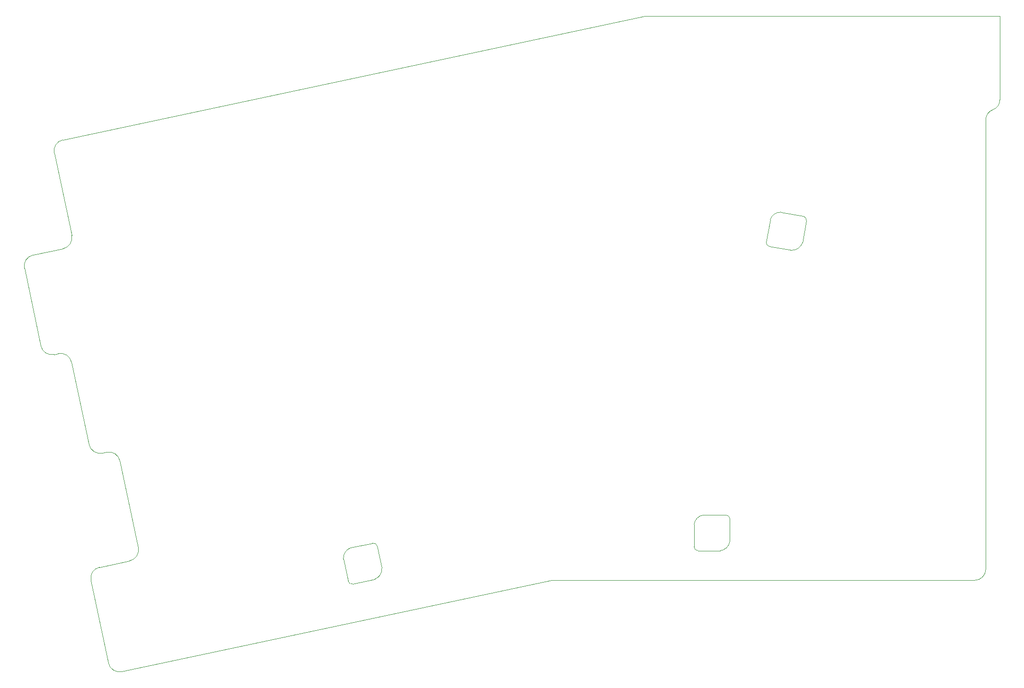
<source format=gm1>
G04 #@! TF.GenerationSoftware,KiCad,Pcbnew,(6.0.10)*
G04 #@! TF.CreationDate,2023-01-02T23:24:37+01:00*
G04 #@! TF.ProjectId,arisu,61726973-752e-46b6-9963-61645f706362,1.1*
G04 #@! TF.SameCoordinates,Original*
G04 #@! TF.FileFunction,Profile,NP*
%FSLAX46Y46*%
G04 Gerber Fmt 4.6, Leading zero omitted, Abs format (unit mm)*
G04 Created by KiCad (PCBNEW (6.0.10)) date 2023-01-02 23:24:37*
%MOMM*%
%LPD*%
G01*
G04 APERTURE LIST*
G04 #@! TA.AperFunction,Profile*
%ADD10C,0.000100*%
G04 #@! TD*
G04 APERTURE END LIST*
D10*
X271390680Y-132352008D02*
X348320001Y-116000001D01*
X424000000Y-116000000D02*
G75*
G03*
X426000000Y-114000000I0J2000000D01*
G01*
X267907762Y-93216107D02*
X268680491Y-93051859D01*
X262404529Y-76944724D02*
G75*
G03*
X260032367Y-75404262I-1956329J-415876D01*
G01*
X260906442Y-56622108D02*
G75*
G03*
X262446912Y-54249979I-415842J1956308D01*
G01*
X272817939Y-112517005D02*
G75*
G03*
X274358408Y-110144873I-415839J1956305D01*
G01*
X259298764Y-75560195D02*
X260032367Y-75404262D01*
X271052613Y-94592330D02*
X274358408Y-110144873D01*
X425999998Y-33499998D02*
X425999998Y-113999997D01*
X427249999Y-31750000D02*
G75*
G03*
X428500000Y-30000000I-599999J1750000D01*
G01*
X348320001Y-116000001D02*
X424000000Y-116000000D01*
X365000000Y-15000000D02*
X428500000Y-15000001D01*
X253976375Y-60139809D02*
X256926642Y-74019724D01*
X255516846Y-57767685D02*
G75*
G03*
X253976375Y-60139809I415854J-1956315D01*
G01*
X427249999Y-31749998D02*
G75*
G03*
X425999998Y-33499998I600001J-1750002D01*
G01*
X260854152Y-37137172D02*
X365000000Y-15000000D01*
X259313681Y-39509294D02*
X262446912Y-54249979D01*
X256926599Y-74019733D02*
G75*
G03*
X259298764Y-75560195I1956301J415833D01*
G01*
X265535665Y-91675631D02*
G75*
G03*
X267907762Y-93216107I1956235J415731D01*
G01*
X262404489Y-76944733D02*
X265535640Y-91675636D01*
X255516846Y-57767687D02*
X260906441Y-56622101D01*
X269018603Y-130811528D02*
G75*
G03*
X271390680Y-132352008I1956297J415828D01*
G01*
X428500000Y-15000001D02*
X428500000Y-30000001D01*
X267418562Y-113664664D02*
X272817937Y-112516995D01*
X271052628Y-94592327D02*
G75*
G03*
X268680491Y-93051859I-1956328J-415873D01*
G01*
X265878091Y-116036786D02*
X269018558Y-130811537D01*
X267418570Y-113664700D02*
G75*
G03*
X265878091Y-116036786I415830J-1956300D01*
G01*
X260854156Y-37137192D02*
G75*
G03*
X259313681Y-39509294I415844J-1956308D01*
G01*
X389378463Y-50088143D02*
X393317694Y-50782736D01*
X393190913Y-55532886D02*
X393885505Y-51593655D01*
X391221537Y-56911857D02*
X387282306Y-56217264D01*
X387409087Y-51467114D02*
X386714495Y-55406345D01*
X386714496Y-55406345D02*
G75*
G03*
X387282306Y-56217264I689363J-121555D01*
G01*
X393885505Y-51593655D02*
G75*
G03*
X393317694Y-50782736I-689365J121554D01*
G01*
X389378463Y-50088143D02*
G75*
G03*
X387409087Y-51467114I-97320J-1956778D01*
G01*
X391221537Y-56911857D02*
G75*
G03*
X393190913Y-55532886I97322J1956776D01*
G01*
X316632539Y-115818205D02*
X312719948Y-116649852D01*
X312367461Y-110181795D02*
X316280052Y-109350148D01*
X311058060Y-112198096D02*
X311889707Y-116110686D01*
X317941940Y-113801904D02*
X317110293Y-109889314D01*
X317110294Y-109889314D02*
G75*
G03*
X316280052Y-109350148I-684704J-145538D01*
G01*
X316632539Y-115818205D02*
G75*
G03*
X317941940Y-113801904I-642787J1850749D01*
G01*
X311889705Y-116110686D02*
G75*
G03*
X312719948Y-116649852I684704J145537D01*
G01*
X312367461Y-110181795D02*
G75*
G03*
X311058060Y-112198096I642789J-1850750D01*
G01*
X373800000Y-106000000D02*
X373800000Y-110000000D01*
X380200000Y-109000000D02*
X380200000Y-105000000D01*
X378500000Y-110700000D02*
X374500000Y-110700000D01*
X375500000Y-104300000D02*
X379500000Y-104300000D01*
X373800000Y-110000000D02*
G75*
G03*
X374500000Y-110700000I699999J-1D01*
G01*
X380200000Y-105000000D02*
G75*
G03*
X379500000Y-104300000I-700000J0D01*
G01*
X375500000Y-104300000D02*
G75*
G03*
X373800000Y-106000000I243950J-1943950D01*
G01*
X378500000Y-110700000D02*
G75*
G03*
X380200000Y-109000000I-243948J1943948D01*
G01*
M02*

</source>
